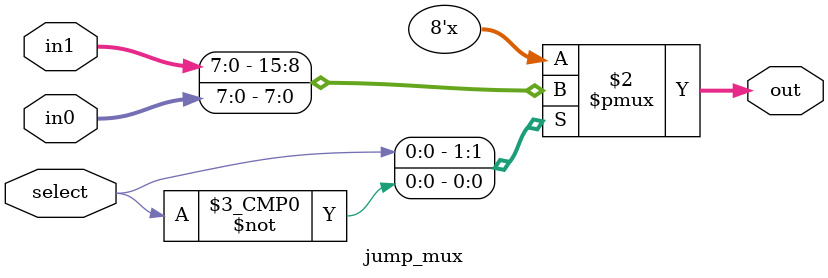
<source format=v>
`timescale 1ns / 1ps

module jump_mux(

input [7:0] in0,
input [7:0] in1,
input select,
output reg [7:0] out
 );
always @(*)
    begin
        case(select)
        1'b1: 
           out = in1;
        1'b0: 
           out = in0;
        default: out = in0; 
        endcase
    end
endmodule



</source>
